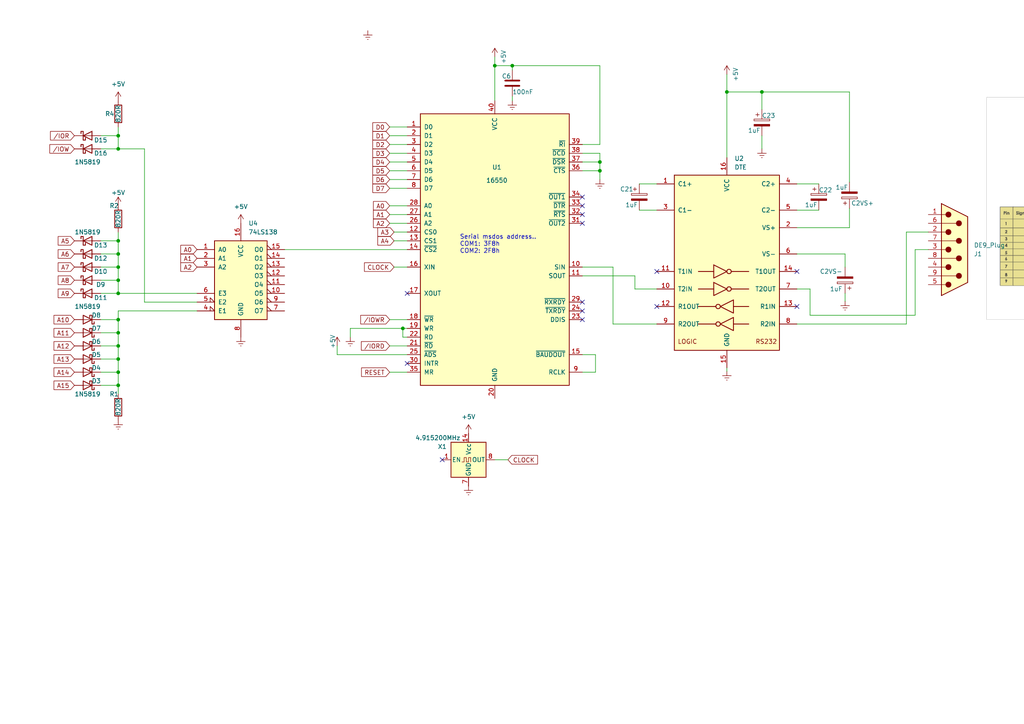
<source format=kicad_sch>
(kicad_sch (version 20230121) (generator eeschema)
  (paper "A4")
  (lib_symbols
    (symbol "74xx:74LS138" (pin_names (offset 1.016))
      (property "Reference" "U" (at -7.62 11.43 0))
      (property "Value" "74LS138" (at -7.62 -13.97 0))
      (symbol "74LS138_1_0"
        (pin input line (at -12.7 7.62 0) (length 5.08) (name "A0") (number "1"))
        (pin output output_low (at 12.7 -5.08 180) (length 5.08) (name "O5") (number "10"))
        (pin output output_low (at 12.7 -2.54 180) (length 5.08) (name "O4") (number "11"))
        (pin output output_low (at 12.7 0 180) (length 5.08) (name "O3") (number "12"))
        (pin output output_low (at 12.7 2.54 180) (length 5.08) (name "O2") (number "13"))
        (pin output output_low (at 12.7 5.08 180) (length 5.08) (name "O1") (number "14"))
        (pin output output_low (at 12.7 7.62 180) (length 5.08) (name "O0") (number "15"))
        (pin power_in line (at 0 15.24 270) (length 5.08) (name "VCC") (number "16"))
        (pin input line (at -12.7 5.08 0) (length 5.08) (name "A1") (number "2"))
        (pin input line (at -12.7 2.54 0) (length 5.08) (name "A2") (number "3"))
        (pin input input_low (at -12.7 -10.16 0) (length 5.08) (name "E1") (number "4"))
        (pin input input_low (at -12.7 -7.62 0) (length 5.08) (name "E2") (number "5"))
        (pin input line (at -12.7 -5.08 0) (length 5.08) (name "E3") (number "6"))
        (pin output output_low (at 12.7 -10.16 180) (length 5.08) (name "O7") (number "7"))
        (pin power_in line (at 0 -17.78 90) (length 5.08) (name "GND") (number "8"))
        (pin output output_low (at 12.7 -7.62 180) (length 5.08) (name "O6") (number "9"))
      )
      (symbol "74LS138_1_1"
        (rectangle (start -7.62 10.16) (end 7.62 -12.7) (stroke (width 0.254)) (fill (type background)))
      )
    )
    (symbol "Connector:DE9_Plug" (pin_names (offset 1.016) hide)
      (property "Reference" "J" (at 0 13.97 0))
      (property "Value" "DE9_Plug" (at 0 -14.605 0))
      (symbol "DE9_Plug_0_1"
        (circle (center -1.778 -10.16) (radius 0.762) (fill (type outline)))
        (circle (center -1.778 -5.08) (radius 0.762) (fill (type outline)))
        (circle (center -1.778 0) (radius 0.762) (fill (type outline)))
        (circle (center -1.778 5.08) (radius 0.762) (fill (type outline)))
        (circle (center -1.778 10.16) (radius 0.762) (fill (type outline)))
        (polyline (pts (xy -3.81 -10.16) (xy -2.54 -10.16)))
        (polyline (pts (xy -3.81 -7.62) (xy 0.508 -7.62)))
        (polyline (pts (xy -3.81 -5.08) (xy -2.54 -5.08)))
        (polyline (pts (xy -3.81 -2.54) (xy 0.508 -2.54)))
        (polyline (pts (xy -3.81 0) (xy -2.54 0)))
        (polyline (pts (xy -3.81 2.54) (xy 0.508 2.54)))
        (polyline (pts (xy -3.81 5.08) (xy -2.54 5.08)))
        (polyline (pts (xy -3.81 7.62) (xy 0.508 7.62)))
        (polyline (pts (xy -3.81 10.16) (xy -2.54 10.16)))
        (polyline (pts (xy -3.81 -13.335) (xy -3.81 13.335) (xy 3.81 9.525) (xy 3.81 -9.525) (xy -3.81 -13.335)) (stroke (width 0.254)) (fill (type background)))
        (circle (center 1.27 -7.62) (radius 0.762) (fill (type outline)))
        (circle (center 1.27 -2.54) (radius 0.762) (fill (type outline)))
        (circle (center 1.27 2.54) (radius 0.762) (fill (type outline)))
        (circle (center 1.27 7.62) (radius 0.762) (fill (type outline)))
      )
      (symbol "DE9_Plug_1_1"
        (pin passive line (at -7.62 -10.16 0) (length 3.81) (name "1") (number "1"))
        (pin passive line (at -7.62 -5.08 0) (length 3.81) (name "2") (number "2"))
        (pin passive line (at -7.62 0 0) (length 3.81) (name "3") (number "3"))
        (pin passive line (at -7.62 5.08 0) (length 3.81) (name "4") (number "4"))
        (pin passive line (at -7.62 10.16 0) (length 3.81) (name "5") (number "5"))
        (pin passive line (at -7.62 -7.62 0) (length 3.81) (name "6") (number "6"))
        (pin passive line (at -7.62 -2.54 0) (length 3.81) (name "7") (number "7"))
        (pin passive line (at -7.62 2.54 0) (length 3.81) (name "8") (number "8"))
        (pin passive line (at -7.62 7.62 0) (length 3.81) (name "9") (number "9"))
      )
    )
    (symbol "Device:C" (pin_numbers hide) (pin_names (offset 0.254))
      (property "Reference" "C" (at 0.635 2.54 0))
      (property "Value" "C" (at 0.635 -2.54 0))
      (symbol "C_0_1"
        (polyline (pts (xy -2.032 -0.762) (xy 2.032 -0.762)) (stroke (width 0.508)))
        (polyline (pts (xy -2.032 0.762) (xy 2.032 0.762)) (stroke (width 0.508)))
      )
      (symbol "C_1_1"
        (pin passive line (at 0 3.81 270) (length 2.794) (name "~") (number "1"))
        (pin passive line (at 0 -3.81 90) (length 2.794) (name "~") (number "2"))
      )
    )
    (symbol "Device:C_Polarized" (pin_numbers hide) (pin_names (offset 0.254))
      (property "Reference" "C" (at 0.635 2.54 0))
      (property "Value" "C_Polarized" (at 0.635 -2.54 0))
      (symbol "C_Polarized_0_1"
        (rectangle (start -2.286 0.508) (end 2.286 1.016))
        (polyline (pts (xy -1.778 2.286) (xy -0.762 2.286)))
        (polyline (pts (xy -1.27 2.794) (xy -1.27 1.778)))
        (rectangle (start 2.286 -0.508) (end -2.286 -1.016) (fill (type outline)))
      )
      (symbol "C_Polarized_1_1"
        (pin passive line (at 0 3.81 270) (length 2.794) (name "~") (number "1"))
        (pin passive line (at 0 -3.81 90) (length 2.794) (name "~") (number "2"))
      )
    )
    (symbol "Device:R" (pin_numbers hide) (pin_names (offset 0))
      (property "Reference" "R" (at 2.032 0 90))
      (property "Value" "R" (at 0 0 90))
      (symbol "R_0_1"
        (rectangle (start -1.016 -2.54) (end 1.016 2.54) (stroke (width 0.254)))
      )
      (symbol "R_1_1"
        (pin passive line (at 0 3.81 270) (length 1.27) (name "~") (number "1"))
        (pin passive line (at 0 -3.81 90) (length 1.27) (name "~") (number "2"))
      )
    )
    (symbol "Diode:1N5819" (pin_numbers hide) (pin_names (offset 1.016) hide)
      (property "Reference" "D" (at 0 2.54 0))
      (property "Value" "1N5819" (at 0 -2.54 0))
      (symbol "1N5819_0_1"
        (polyline (pts (xy 1.27 0) (xy -1.27 0)))
        (polyline (pts (xy 1.27 1.27) (xy 1.27 -1.27) (xy -1.27 0) (xy 1.27 1.27)) (stroke (width 0.254)))
        (polyline (pts (xy -1.905 0.635) (xy -1.905 1.27) (xy -1.27 1.27) (xy -1.27 -1.27) (xy -0.635 -1.27) (xy -0.635 -0.635)) (stroke (width 0.254)))
      )
      (symbol "1N5819_1_1"
        (pin passive line (at -3.81 0 0) (length 2.54) (name "K") (number "1"))
        (pin passive line (at 3.81 0 180) (length 2.54) (name "A") (number "2"))
      )
    )
    (symbol "Interface_UART:16550" (pin_names (offset 1.016))
      (property "Reference" "U" (at -21.59 40.64 0))
      (property "Value" "16550" (at 15.24 40.64 0))
      (symbol "16550_0_1"
        (rectangle (start -21.59 -39.37) (end 21.59 39.37) (stroke (width 0.254)) (fill (type background)))
      )
      (symbol "16550_1_1"
        (pin bidirectional line (at -25.4 35.56 0) (length 3.81) (name "D0") (number "1"))
        (pin input line (at 25.4 -5.08 180) (length 3.81) (name "SIN") (number "10"))
        (pin output line (at 25.4 -7.62 180) (length 3.81) (name "SOUT") (number "11"))
        (pin input line (at -25.4 5.08 0) (length 3.81) (name "CS0") (number "12"))
        (pin input line (at -25.4 2.54 0) (length 3.81) (name "CS1") (number "13"))
        (pin input line (at -25.4 0 0) (length 3.81) (name "~{CS2}") (number "14"))
        (pin output line (at 25.4 -30.48 180) (length 3.81) (name "~{BAUDOUT}") (number "15"))
        (pin input line (at -25.4 -5.08 0) (length 3.81) (name "XIN") (number "16"))
        (pin output line (at -25.4 -12.7 0) (length 3.81) (name "XOUT") (number "17"))
        (pin input line (at -25.4 -20.32 0) (length 3.81) (name "~{WR}") (number "18"))
        (pin input line (at -25.4 -22.86 0) (length 3.81) (name "WR") (number "19"))
        (pin bidirectional line (at -25.4 33.02 0) (length 3.81) (name "D1") (number "2"))
        (pin power_in line (at 0 -43.18 90) (length 3.81) (name "GND") (number "20"))
        (pin input line (at -25.4 -27.94 0) (length 3.81) (name "~{RD}") (number "21"))
        (pin input line (at -25.4 -25.4 0) (length 3.81) (name "RD") (number "22"))
        (pin output line (at 25.4 -20.32 180) (length 3.81) (name "DDIS") (number "23"))
        (pin output line (at 25.4 -17.78 180) (length 3.81) (name "~{TXRDY}") (number "24"))
        (pin input line (at -25.4 -30.48 0) (length 3.81) (name "~{ADS}") (number "25"))
        (pin input line (at -25.4 7.62 0) (length 3.81) (name "A2") (number "26"))
        (pin input line (at -25.4 10.16 0) (length 3.81) (name "A1") (number "27"))
        (pin input line (at -25.4 12.7 0) (length 3.81) (name "A0") (number "28"))
        (pin output line (at 25.4 -15.24 180) (length 3.81) (name "~{RXRDY}") (number "29"))
        (pin bidirectional line (at -25.4 30.48 0) (length 3.81) (name "D2") (number "3"))
        (pin output line (at -25.4 -33.02 0) (length 3.81) (name "INTR") (number "30"))
        (pin output line (at 25.4 7.62 180) (length 3.81) (name "~{OUT2}") (number "31"))
        (pin output line (at 25.4 10.16 180) (length 3.81) (name "~{RTS}") (number "32"))
        (pin output line (at 25.4 12.7 180) (length 3.81) (name "~{DTR}") (number "33"))
        (pin output line (at 25.4 15.24 180) (length 3.81) (name "~{OUT1}") (number "34"))
        (pin input line (at -25.4 -35.56 0) (length 3.81) (name "MR") (number "35"))
        (pin input line (at 25.4 22.86 180) (length 3.81) (name "~{CTS}") (number "36"))
        (pin input line (at 25.4 25.4 180) (length 3.81) (name "~{DSR}") (number "37"))
        (pin input line (at 25.4 27.94 180) (length 3.81) (name "~{DCD}") (number "38"))
        (pin input line (at 25.4 30.48 180) (length 3.81) (name "~{RI}") (number "39"))
        (pin bidirectional line (at -25.4 27.94 0) (length 3.81) (name "D3") (number "4"))
        (pin power_in line (at 0 43.18 270) (length 3.81) (name "VCC") (number "40"))
        (pin bidirectional line (at -25.4 25.4 0) (length 3.81) (name "D4") (number "5"))
        (pin bidirectional line (at -25.4 22.86 0) (length 3.81) (name "D5") (number "6"))
        (pin bidirectional line (at -25.4 20.32 0) (length 3.81) (name "D6") (number "7"))
        (pin bidirectional line (at -25.4 17.78 0) (length 3.81) (name "D7") (number "8"))
        (pin input line (at 25.4 -35.56 180) (length 3.81) (name "RCLK") (number "9"))
      )
    )
    (symbol "Interface_UART:MAX232" (pin_names (offset 1.016))
      (property "Reference" "U" (at -2.54 28.575 0))
      (property "Value" "MAX232" (at -2.54 26.67 0))
      (symbol "MAX232_0_0"
        (text "LOGIC" (at -11.43 -22.86 0) (effects (font (size 1.27 1.27))))
        (text "RS232" (at 11.43 -22.86 0) (effects (font (size 1.27 1.27))))
      )
      (symbol "MAX232_0_1"
        (rectangle (start -15.24 -25.4) (end 15.24 25.4) (stroke (width 0.254)) (fill (type background)))
        (circle (center -2.54 -17.78) (radius 0.635) (stroke (width 0.254)))
        (circle (center -2.54 -12.7) (radius 0.635) (stroke (width 0.254)))
        (polyline (pts (xy -3.81 -7.62) (xy -8.255 -7.62)) (stroke (width 0.254)))
        (polyline (pts (xy -3.81 -2.54) (xy -8.255 -2.54)) (stroke (width 0.254)))
        (polyline (pts (xy -3.175 -17.78) (xy -8.255 -17.78)) (stroke (width 0.254)))
        (polyline (pts (xy -3.175 -12.7) (xy -8.255 -12.7)) (stroke (width 0.254)))
        (polyline (pts (xy 1.27 -7.62) (xy 6.35 -7.62)) (stroke (width 0.254)))
        (polyline (pts (xy 1.27 -2.54) (xy 6.35 -2.54)) (stroke (width 0.254)))
        (polyline (pts (xy 1.905 -17.78) (xy 6.35 -17.78)) (stroke (width 0.254)))
        (polyline (pts (xy 1.905 -12.7) (xy 6.35 -12.7)) (stroke (width 0.254)))
        (polyline (pts (xy -3.81 -5.715) (xy -3.81 -9.525) (xy 0 -7.62) (xy -3.81 -5.715)) (stroke (width 0.254)))
        (polyline (pts (xy -3.81 -0.635) (xy -3.81 -4.445) (xy 0 -2.54) (xy -3.81 -0.635)) (stroke (width 0.254)))
        (polyline (pts (xy 1.905 -15.875) (xy 1.905 -19.685) (xy -1.905 -17.78) (xy 1.905 -15.875)) (stroke (width 0.254)))
        (polyline (pts (xy 1.905 -10.795) (xy 1.905 -14.605) (xy -1.905 -12.7) (xy 1.905 -10.795)) (stroke (width 0.254)))
        (circle (center 0.635 -7.62) (radius 0.635) (stroke (width 0.254)))
        (circle (center 0.635 -2.54) (radius 0.635) (stroke (width 0.254)))
      )
      (symbol "MAX232_1_1"
        (pin passive line (at -20.32 22.86 0) (length 5.08) (name "C1+") (number "1"))
        (pin input line (at -20.32 -7.62 0) (length 5.08) (name "T2IN") (number "10"))
        (pin input line (at -20.32 -2.54 0) (length 5.08) (name "T1IN") (number "11"))
        (pin output line (at -20.32 -12.7 0) (length 5.08) (name "R1OUT") (number "12"))
        (pin input line (at 20.32 -12.7 180) (length 5.08) (name "R1IN") (number "13"))
        (pin output line (at 20.32 -2.54 180) (length 5.08) (name "T1OUT") (number "14"))
        (pin power_in line (at 0 -30.48 90) (length 5.08) (name "GND") (number "15"))
        (pin power_in line (at 0 30.48 270) (length 5.08) (name "VCC") (number "16"))
        (pin power_out line (at 20.32 10.16 180) (length 5.08) (name "VS+") (number "2"))
        (pin passive line (at -20.32 15.24 0) (length 5.08) (name "C1-") (number "3"))
        (pin passive line (at 20.32 22.86 180) (length 5.08) (name "C2+") (number "4"))
        (pin passive line (at 20.32 15.24 180) (length 5.08) (name "C2-") (number "5"))
        (pin power_out line (at 20.32 2.54 180) (length 5.08) (name "VS-") (number "6"))
        (pin output line (at 20.32 -7.62 180) (length 5.08) (name "T2OUT") (number "7"))
        (pin input line (at 20.32 -17.78 180) (length 5.08) (name "R2IN") (number "8"))
        (pin output line (at -20.32 -17.78 0) (length 5.08) (name "R2OUT") (number "9"))
      )
    )
    (symbol "Oscillator:CXO_DIP14" (pin_names (offset 0.254))
      (property "Reference" "X" (at -5.08 6.35 0))
      (property "Value" "CXO_DIP14" (at 1.27 -6.35 0))
      (symbol "CXO_DIP14_0_1"
        (rectangle (start -5.08 5.08) (end 5.08 -5.08) (stroke (width 0.254)) (fill (type background)))
        (polyline (pts (xy -1.905 -0.635) (xy -1.27 -0.635) (xy -1.27 0.635) (xy -0.635 0.635) (xy -0.635 -0.635) (xy 0 -0.635) (xy 0 0.635) (xy 0.635 0.635) (xy 0.635 -0.635)))
      )
      (symbol "CXO_DIP14_1_1"
        (pin input line (at -7.62 0 0) (length 2.54) (name "EN") (number "1"))
        (pin power_in line (at 0 7.62 270) (length 2.54) (name "Vcc") (number "14"))
        (pin power_in line (at 0 -7.62 90) (length 2.54) (name "GND") (number "7"))
        (pin output line (at 7.62 0 180) (length 2.54) (name "OUT") (number "8"))
      )
    )
    (symbol "power:+5V" (power) (pin_names (offset 0))
      (property "Value" "+5V" (at 0 3.556 0))
      (symbol "+5V_0_1"
        (polyline (pts (xy -0.762 1.27) (xy 0 2.54)))
        (polyline (pts (xy 0 0) (xy 0 2.54)))
        (polyline (pts (xy 0 2.54) (xy 0.762 1.27)))
      )
      (symbol "+5V_1_1"
        (pin power_in line (at 0 0 90) (length 0) hide (name "+5V") (number "1"))
      )
    )
    (symbol "power:GNDREF" (power) (pin_names (offset 0))
      (property "Value" "GNDREF" (at 0 -3.81 0))
      (symbol "GNDREF_0_1"
        (polyline (pts (xy -0.635 -1.905) (xy 0.635 -1.905)))
        (polyline (pts (xy -0.127 -2.54) (xy 0.127 -2.54)))
        (polyline (pts (xy 0 -1.27) (xy 0 0)))
        (polyline (pts (xy 1.27 -1.27) (xy -1.27 -1.27)))
      )
      (symbol "GNDREF_1_1"
        (pin power_in line (at 0 0 270) (length 0) hide (name "GNDREF") (number "1"))
      )
    )
  )
  (junction (at 143.51 19.05))
  (junction (at 173.99 46.99))
  (junction (at 34.29 39.37))
  (junction (at 173.99 49.53))
  (junction (at 34.29 85.09))
  (junction (at 116.84 95.25))
  (junction (at 34.29 104.14))
  (junction (at 34.29 111.76))
  (junction (at 210.82 26.67))
  (junction (at 34.29 96.52))
  (junction (at 220.98 26.67))
  (junction (at 34.29 77.47))
  (junction (at 34.29 81.28))
  (junction (at 34.29 73.66))
  (junction (at 34.29 100.33))
  (junction (at 34.29 69.85))
  (junction (at 34.29 107.95))
  (junction (at 34.29 92.71))
  (junction (at 148.59 19.05))
  (junction (at 34.29 43.18))
  (no_connect (at 168.91 62.23))
  (no_connect (at 190.5 88.9))
  (no_connect (at 128.27 133.35))
  (no_connect (at 168.91 59.69))
  (no_connect (at 118.11 105.41))
  (no_connect (at 118.11 85.09))
  (no_connect (at 168.91 90.17))
  (no_connect (at 168.91 57.15))
  (no_connect (at 231.14 88.9))
  (no_connect (at 168.91 87.63))
  (no_connect (at 168.91 92.71))
  (no_connect (at 190.5 78.74))
  (no_connect (at 168.91 64.77))
  (no_connect (at 231.14 78.74))
  (wire (pts (xy 34.29 111.76) (xy 34.29 114.3)))
  (wire (pts (xy 113.03 59.69) (xy 118.11 59.69)))
  (wire (pts (xy 34.29 104.14) (xy 34.29 107.95)))
  (wire (pts (xy 29.21 111.76) (xy 34.29 111.76)))
  (wire (pts (xy 29.21 85.09) (xy 34.29 85.09)))
  (wire (pts (xy 82.55 72.39) (xy 118.11 72.39)))
  (wire (pts (xy 41.91 87.63) (xy 57.15 87.63)))
  (wire (pts (xy 220.98 26.67) (xy 246.38 26.67)))
  (wire (pts (xy 245.11 85.09) (xy 245.11 87.376)))
  (wire (pts (xy 173.99 41.91) (xy 168.91 41.91)))
  (wire (pts (xy 113.03 41.91) (xy 118.11 41.91)))
  (wire (pts (xy 101.6 95.25) (xy 101.6 97.79)))
  (wire (pts (xy 168.91 49.53) (xy 173.99 49.53)))
  (wire (pts (xy 168.91 80.01) (xy 184.15 80.01)))
  (wire (pts (xy 220.98 39.37) (xy 220.98 43.18)))
  (wire (pts (xy 265.43 91.44) (xy 265.43 72.39)))
  (wire (pts (xy 113.03 52.07) (xy 118.11 52.07)))
  (wire (pts (xy 234.95 91.44) (xy 265.43 91.44)))
  (wire (pts (xy 113.03 36.83) (xy 118.11 36.83)))
  (wire (pts (xy 34.29 96.52) (xy 34.29 100.33)))
  (wire (pts (xy 113.03 49.53) (xy 118.11 49.53)))
  (wire (pts (xy 34.29 67.31) (xy 34.29 69.85)))
  (wire (pts (xy 29.21 77.47) (xy 34.29 77.47)))
  (wire (pts (xy 173.99 49.53) (xy 173.99 52.07)))
  (wire (pts (xy 173.99 19.05) (xy 173.99 41.91)))
  (wire (pts (xy 34.29 77.47) (xy 34.29 81.28)))
  (wire (pts (xy 34.29 92.71) (xy 34.29 96.52)))
  (wire (pts (xy 210.82 21.59) (xy 210.82 26.67)))
  (wire (pts (xy 34.29 85.09) (xy 57.15 85.09)))
  (wire (pts (xy 114.3 77.47) (xy 118.11 77.47)))
  (wire (pts (xy 116.84 97.79) (xy 116.84 95.25)))
  (wire (pts (xy 34.29 90.17) (xy 34.29 92.71)))
  (wire (pts (xy 143.51 16.51) (xy 143.51 19.05)))
  (wire (pts (xy 29.21 69.85) (xy 34.29 69.85)))
  (wire (pts (xy 34.29 81.28) (xy 34.29 85.09)))
  (wire (pts (xy 173.99 46.99) (xy 173.99 49.53)))
  (wire (pts (xy 246.38 26.67) (xy 246.38 52.832)))
  (wire (pts (xy 148.59 20.32) (xy 148.59 19.05)))
  (wire (pts (xy 113.03 107.95) (xy 118.11 107.95)))
  (wire (pts (xy 29.21 107.95) (xy 34.29 107.95)))
  (wire (pts (xy 231.14 60.96) (xy 237.49 60.96)))
  (wire (pts (xy 185.42 53.34) (xy 190.5 53.34)))
  (wire (pts (xy 118.11 95.25) (xy 116.84 95.25)))
  (wire (pts (xy 113.03 64.77) (xy 118.11 64.77)))
  (wire (pts (xy 231.14 83.82) (xy 234.95 83.82)))
  (wire (pts (xy 168.91 46.99) (xy 173.99 46.99)))
  (wire (pts (xy 231.14 93.98) (xy 262.89 93.98)))
  (wire (pts (xy 262.89 67.31) (xy 269.24 67.31)))
  (wire (pts (xy 34.29 90.17) (xy 57.15 90.17)))
  (wire (pts (xy 148.59 29.21) (xy 148.59 27.94)))
  (wire (pts (xy 143.51 19.05) (xy 143.51 29.21)))
  (wire (pts (xy 97.79 102.87) (xy 118.11 102.87)))
  (wire (pts (xy 220.98 26.67) (xy 210.82 26.67)))
  (wire (pts (xy 113.03 62.23) (xy 118.11 62.23)))
  (wire (pts (xy 113.03 92.71) (xy 118.11 92.71)))
  (wire (pts (xy 231.14 66.04) (xy 246.38 66.04)))
  (wire (pts (xy 29.21 96.52) (xy 34.29 96.52)))
  (wire (pts (xy 114.3 69.85) (xy 118.11 69.85)))
  (wire (pts (xy 97.79 100.33) (xy 97.79 102.87)))
  (wire (pts (xy 29.21 39.37) (xy 34.29 39.37)))
  (wire (pts (xy 34.29 36.83) (xy 34.29 39.37)))
  (wire (pts (xy 210.82 106.68) (xy 210.82 107.696)))
  (wire (pts (xy 29.21 73.66) (xy 34.29 73.66)))
  (wire (pts (xy 245.11 73.66) (xy 245.11 77.47)))
  (wire (pts (xy 34.29 43.18) (xy 41.91 43.18)))
  (wire (pts (xy 29.21 81.28) (xy 34.29 81.28)))
  (wire (pts (xy 231.14 53.34) (xy 237.49 53.34)))
  (wire (pts (xy 113.03 44.45) (xy 118.11 44.45)))
  (wire (pts (xy 220.98 31.75) (xy 220.98 26.67)))
  (wire (pts (xy 118.11 67.31) (xy 114.3 67.31)))
  (wire (pts (xy 172.72 102.87) (xy 172.72 107.95)))
  (wire (pts (xy 113.03 46.99) (xy 118.11 46.99)))
  (wire (pts (xy 29.21 43.18) (xy 34.29 43.18)))
  (wire (pts (xy 246.38 66.04) (xy 246.38 60.452)))
  (wire (pts (xy 113.03 100.33) (xy 118.11 100.33)))
  (wire (pts (xy 168.91 44.45) (xy 173.99 44.45)))
  (wire (pts (xy 148.59 19.05) (xy 143.51 19.05)))
  (wire (pts (xy 184.15 80.01) (xy 184.15 83.82)))
  (wire (pts (xy 118.11 97.79) (xy 116.84 97.79)))
  (wire (pts (xy 172.72 107.95) (xy 168.91 107.95)))
  (wire (pts (xy 148.59 19.05) (xy 173.99 19.05)))
  (wire (pts (xy 34.29 39.37) (xy 34.29 43.18)))
  (wire (pts (xy 262.89 93.98) (xy 262.89 67.31)))
  (wire (pts (xy 29.21 100.33) (xy 34.29 100.33)))
  (wire (pts (xy 234.95 83.82) (xy 234.95 91.44)))
  (wire (pts (xy 34.29 69.85) (xy 34.29 73.66)))
  (wire (pts (xy 177.8 93.98) (xy 177.8 77.47)))
  (wire (pts (xy 34.29 107.95) (xy 34.29 111.76)))
  (wire (pts (xy 210.82 26.67) (xy 210.82 45.72)))
  (wire (pts (xy 168.91 102.87) (xy 172.72 102.87)))
  (wire (pts (xy 147.32 133.35) (xy 143.51 133.35)))
  (wire (pts (xy 41.91 43.18) (xy 41.91 87.63)))
  (wire (pts (xy 184.15 83.82) (xy 190.5 83.82)))
  (wire (pts (xy 173.99 44.45) (xy 173.99 46.99)))
  (wire (pts (xy 29.21 104.14) (xy 34.29 104.14)))
  (wire (pts (xy 231.14 73.66) (xy 245.11 73.66)))
  (wire (pts (xy 190.5 93.98) (xy 177.8 93.98)))
  (wire (pts (xy 177.8 77.47) (xy 168.91 77.47)))
  (wire (pts (xy 34.29 73.66) (xy 34.29 77.47)))
  (wire (pts (xy 113.03 39.37) (xy 118.11 39.37)))
  (wire (pts (xy 265.43 72.39) (xy 269.24 72.39)))
  (wire (pts (xy 34.29 100.33) (xy 34.29 104.14)))
  (wire (pts (xy 113.03 54.61) (xy 118.11 54.61)))
  (wire (pts (xy 101.6 95.25) (xy 116.84 95.25)))
  (wire (pts (xy 185.42 60.96) (xy 190.5 60.96)))
  (wire (pts (xy 29.21 92.71) (xy 34.29 92.71)))
  (image (at 333.248 60.452) (scale 1.36653))
  (text "Serial msdos address..\nCOM1: 3F8h\nCOM2: 2F8h\n" (at 133.35 73.66 0) (effects (font (size 1.27 1.27)) (justify left bottom)))
  (global_label "D3" (shape input) (at 113.03 44.45 180) (property "Intersheetrefs" "${INTERSHEET_REFS}" (effects hide)))
  (global_label "A1" (shape input) (at 113.03 62.23 180) (property "Intersheetrefs" "${INTERSHEET_REFS}" (effects hide)))
  (global_label "D6" (shape input) (at 113.03 52.07 180) (property "Intersheetrefs" "${INTERSHEET_REFS}" (effects hide)))
  (global_label "A13" (shape input) (at 21.59 104.14 180) (property "Intersheetrefs" "${INTERSHEET_REFS}" (effects hide)))
  (global_label "A11" (shape input) (at 21.59 96.52 180) (property "Intersheetrefs" "${INTERSHEET_REFS}" (effects hide)))
  (global_label "RESET" (shape input) (at 113.03 107.95 180) (property "Intersheetrefs" "${INTERSHEET_REFS}" (effects hide)))
  (global_label "D1" (shape input) (at 113.03 39.37 180) (property "Intersheetrefs" "${INTERSHEET_REFS}" (effects hide)))
  (global_label "D7" (shape input) (at 113.03 54.61 180) (property "Intersheetrefs" "${INTERSHEET_REFS}" (effects hide)))
  (global_label "CLOCK" (shape input) (at 114.3 77.47 180) (property "Intersheetrefs" "${INTERSHEET_REFS}" (effects hide)))
  (global_label "A14" (shape input) (at 21.59 107.95 180) (property "Intersheetrefs" "${INTERSHEET_REFS}" (effects hide)))
  (global_label "A15" (shape input) (at 21.59 111.76 180) (property "Intersheetrefs" "${INTERSHEET_REFS}" (effects hide)))
  (global_label "D2" (shape input) (at 113.03 41.91 180) (property "Intersheetrefs" "${INTERSHEET_REFS}" (effects hide)))
  (global_label "{slash}IOR" (shape input) (at 21.59 39.37 180) (property "Intersheetrefs" "${INTERSHEET_REFS}" (effects hide)))
  (global_label "A12" (shape input) (at 21.59 100.33 180) (property "Intersheetrefs" "${INTERSHEET_REFS}" (effects hide)))
  (global_label "A0" (shape input) (at 113.03 59.69 180) (property "Intersheetrefs" "${INTERSHEET_REFS}" (effects hide)))
  (global_label "A4" (shape input) (at 114.3 69.85 180) (property "Intersheetrefs" "${INTERSHEET_REFS}" (effects hide)))
  (global_label "{slash}IOWR" (shape input) (at 113.03 92.71 180) (property "Intersheetrefs" "${INTERSHEET_REFS}" (effects hide)))
  (global_label "A6" (shape input) (at 21.59 73.66 180) (property "Intersheetrefs" "${INTERSHEET_REFS}" (effects hide)))
  (global_label "A10" (shape input) (at 21.59 92.71 180) (property "Intersheetrefs" "${INTERSHEET_REFS}" (effects hide)))
  (global_label "{slash}IORD" (shape input) (at 113.03 100.33 180) (property "Intersheetrefs" "${INTERSHEET_REFS}" (effects hide)))
  (global_label "A0" (shape input) (at 57.15 72.39 180) (property "Intersheetrefs" "${INTERSHEET_REFS}" (effects hide)))
  (global_label "A5" (shape input) (at 21.59 69.85 180) (property "Intersheetrefs" "${INTERSHEET_REFS}" (effects hide)))
  (global_label "A3" (shape input) (at 114.3 67.31 180) (property "Intersheetrefs" "${INTERSHEET_REFS}" (effects hide)))
  (global_label "A9" (shape input) (at 21.59 85.09 180) (property "Intersheetrefs" "${INTERSHEET_REFS}" (effects hide)))
  (global_label "A2" (shape input) (at 57.15 77.47 180) (property "Intersheetrefs" "${INTERSHEET_REFS}" (effects hide)))
  (global_label "A2" (shape input) (at 113.03 64.77 180) (property "Intersheetrefs" "${INTERSHEET_REFS}" (effects hide)))
  (global_label "A7" (shape input) (at 21.59 77.47 180) (property "Intersheetrefs" "${INTERSHEET_REFS}" (effects hide)))
  (global_label "D4" (shape input) (at 113.03 46.99 180) (property "Intersheetrefs" "${INTERSHEET_REFS}" (effects hide)))
  (global_label "D0" (shape input) (at 113.03 36.83 180) (property "Intersheetrefs" "${INTERSHEET_REFS}" (effects hide)))
  (global_label "A1" (shape input) (at 57.15 74.93 180) (property "Intersheetrefs" "${INTERSHEET_REFS}" (effects hide)))
  (global_label "CLOCK" (shape input) (at 147.32 133.35 0) (property "Intersheetrefs" "${INTERSHEET_REFS}" (effects hide)))
  (global_label "{slash}IOW" (shape input) (at 21.59 43.18 180) (property "Intersheetrefs" "${INTERSHEET_REFS}" (effects hide)))
  (global_label "D5" (shape input) (at 113.03 49.53 180) (property "Intersheetrefs" "${INTERSHEET_REFS}" (effects hide)))
  (global_label "A8" (shape input) (at 21.59 81.28 180) (property "Intersheetrefs" "${INTERSHEET_REFS}" (effects hide)))
  (symbol (lib_id "Device:R") (at 34.29 118.11 180) (unit 1)
    (property "Reference" "R1" (at 31.75 114.3 0) (effects (justify right)))
    (property "Value" "820R" (at 34.29 120.65 90) (effects (justify right)))
  )
  (symbol (lib_id "Diode:1N5819") (at 25.4 81.28 0) (unit 1)
    (property "Reference" "D9" (at 29.21 82.55 0))
    (property "Value" "1N5819" (at 25.4 88.9 0))
    (property "Footprint" "Diode_THT:D_DO-41_SOD81_P10.16mm_Horizontal" (effects hide))
    (property "Datasheet" "http://www.vishay.com/docs/88525/1n5817.pdf" (effects hide))
  )
  (symbol (lib_id "Device:C_Polarized") (at 245.11 81.28 180) (unit 1)
    (property "Reference" "C2VS-" (at 244.348 78.74 0) (effects (justify left)))
    (property "Value" "1uF" (at 244.348 83.82 0) (effects (justify left)))
  )
  (symbol (lib_id "Diode:1N5819") (at 25.4 43.18 0) (unit 1)
    (property "Reference" "D16" (at 29.21 44.45 0))
    (property "Value" "1N5819" (effects hide))
    (property "Footprint" "Diode_THT:D_DO-41_SOD81_P10.16mm_Horizontal" (effects hide))
    (property "Datasheet" "http://www.vishay.com/docs/88525/1n5817.pdf" (effects hide))
  )
  (symbol (lib_id "power:GNDREF") (at 69.85 97.79 0) (unit 1)
    (property "Reference" "#PWR019" (effects hide))
    (property "Value" "GNDREF" (effects hide))
  )
  (symbol (lib_id "power:GNDREF") (at 220.98 43.18 0) (unit 1)
    (property "Reference" "#PWR012" (effects hide))
    (property "Value" "GNDREF" (effects hide))
  )
  (symbol (lib_id "power:GNDREF") (at 101.6 97.79 0) (unit 1)
    (property "Reference" "#PWR03" (effects hide))
    (property "Value" "GNDREF" (effects hide))
  )
  (symbol (lib_id "power:GNDREF") (at 106.68 8.89 0) (unit 1)
    (property "Reference" "#PWR010" (effects hide))
    (property "Value" "GNDREF" (effects hide))
  )
  (symbol (lib_id "power:+5V") (at 143.51 16.51 0) (unit 1)
    (property "Reference" "#PWR05" (effects hide))
    (property "Value" "+5V" (at 146.05 16.51 90))
  )
  (symbol (lib_id "Device:C_Polarized") (at 185.42 57.15 0) (unit 1)
    (property "Reference" "C21" (at 179.832 54.864 0) (effects (justify left)))
    (property "Value" "1uF" (at 181.356 59.436 0) (effects (justify left)))
  )
  (symbol (lib_id "Diode:1N5819") (at 25.4 104.14 180) (unit 1)
    (property "Reference" "D5" (at 27.94 102.87 0))
    (property "Value" "1N5819" (effects hide))
    (property "Footprint" "Diode_THT:D_DO-41_SOD81_P10.16mm_Horizontal" (effects hide))
    (property "Datasheet" "http://www.vishay.com/docs/88525/1n5817.pdf" (effects hide))
  )
  (symbol (lib_id "power:+5V") (at 34.29 59.69 0) (unit 1)
    (property "Reference" "#PWR02" (effects hide))
    (property "Value" "+5V" (at 34.29 55.88 0))
  )
  (symbol (lib_id "Diode:1N5819") (at 25.4 96.52 180) (unit 1)
    (property "Reference" "D7" (at 27.94 95.25 0))
    (property "Value" "1N5819" (effects hide))
    (property "Footprint" "Diode_THT:D_DO-41_SOD81_P10.16mm_Horizontal" (effects hide))
    (property "Datasheet" "http://www.vishay.com/docs/88525/1n5817.pdf" (effects hide))
  )
  (symbol (lib_id "power:+5V") (at 69.85 64.77 0) (unit 1)
    (property "Reference" "#PWR018" (effects hide))
    (property "Value" "+5V" (at 69.85 59.944 0))
  )
  (symbol (lib_id "Diode:1N5819") (at 25.4 85.09 0) (unit 1)
    (property "Reference" "D11" (at 29.21 86.36 0))
    (property "Value" "1N5819" (at 25.4 67.31 0))
    (property "Footprint" "Diode_THT:D_DO-41_SOD81_P10.16mm_Horizontal" (effects hide))
    (property "Datasheet" "http://www.vishay.com/docs/88525/1n5817.pdf" (effects hide))
  )
  (symbol (lib_id "Diode:1N5819") (at 25.4 73.66 0) (unit 1)
    (property "Reference" "D12" (at 29.21 74.93 0))
    (property "Value" "1N5819" (effects hide))
    (property "Footprint" "Diode_THT:D_DO-41_SOD81_P10.16mm_Horizontal" (effects hide))
    (property "Datasheet" "http://www.vishay.com/docs/88525/1n5817.pdf" (effects hide))
  )
  (symbol (lib_id "Device:C_Polarized") (at 237.49 57.15 0) (unit 1)
    (property "Reference" "C22" (at 237.49 55.118 0) (effects (justify left)))
    (property "Value" "1uF" (at 233.426 59.436 0) (effects (justify left)))
  )
  (symbol (lib_id "Diode:1N5819") (at 25.4 69.85 0) (unit 1)
    (property "Reference" "D13" (at 29.21 71.12 0))
    (property "Value" "1N5819" (effects hide))
    (property "Footprint" "Diode_THT:D_DO-41_SOD81_P10.16mm_Horizontal" (effects hide))
    (property "Datasheet" "http://www.vishay.com/docs/88525/1n5817.pdf" (effects hide))
  )
  (symbol (lib_id "power:GNDREF") (at 210.82 107.696 0) (unit 1)
    (property "Reference" "#PWR06" (effects hide))
    (property "Value" "GNDREF" (effects hide))
  )
  (symbol (lib_id "Device:C_Polarized") (at 246.38 56.642 0) (mirror x) (unit 1)
    (property "Reference" "C2VS+" (at 246.888 58.928 0) (effects (justify left)))
    (property "Value" "1uF" (at 242.316 54.356 0) (effects (justify left)))
  )
  (symbol (lib_id "Diode:1N5819") (at 25.4 77.47 0) (unit 1)
    (property "Reference" "D10" (at 29.21 78.74 0))
    (property "Value" "1N5819" (effects hide))
    (property "Footprint" "Diode_THT:D_DO-41_SOD81_P10.16mm_Horizontal" (effects hide))
    (property "Datasheet" "http://www.vishay.com/docs/88525/1n5817.pdf" (effects hide))
  )
  (symbol (lib_id "Oscillator:CXO_DIP14") (at 135.89 133.35 0) (unit 1)
    (property "Reference" "X1" (at 128.27 129.54 0))
    (property "Value" "4.915200MHz" (at 127 127 0))
    (property "Footprint" "Oscillator:Oscillator_DIP-14" (effects hide))
    (property "Datasheet" "http://cdn-reichelt.de/documents/datenblatt/B400/OSZI.pdf" (effects hide))
  )
  (symbol (lib_id "power:+5V") (at 210.82 21.59 0) (unit 1)
    (property "Reference" "#PWR011" (effects hide))
    (property "Value" "+5V" (at 213.36 21.59 90))
  )
  (symbol (lib_id "Connector:DE9_Plug") (at 276.86 72.39 0) (mirror x) (unit 1)
    (property "Reference" "J1" (at 282.448 73.66 0) (effects (justify left)))
    (property "Value" "DE9_Plug" (at 282.448 71.12 0) (effects (justify left)))
    (property "Datasheet" " ~" (effects hide))
  )
  (symbol (lib_id "power:+5V") (at 97.79 100.33 0) (unit 1)
    (property "Reference" "#PWR09" (effects hide))
    (property "Value" "+5V" (at 96.52 99.06 90))
  )
  (symbol (lib_id "power:GNDREF") (at 245.11 87.376 0) (unit 1)
    (property "Reference" "#PWR07" (effects hide))
    (property "Value" "GNDREF" (effects hide))
  )
  (symbol (lib_id "74xx:74LS138") (at 69.85 80.01 0) (unit 1)
    (property "Reference" "U4" (at 72.0441 64.77 0) (effects (justify left)))
    (property "Value" "74LS138" (at 72.0441 67.31 0) (effects (justify left)))
    (property "Datasheet" "http://www.ti.com/lit/gpn/sn74LS138" (effects hide))
  )
  (symbol (lib_id "Diode:1N5819") (at 25.4 111.76 180) (unit 1)
    (property "Reference" "D3" (at 27.94 110.49 0))
    (property "Value" "1N5819" (effects hide))
    (property "Footprint" "Diode_THT:D_DO-41_SOD81_P10.16mm_Horizontal" (effects hide))
    (property "Datasheet" "http://www.vishay.com/docs/88525/1n5817.pdf" (effects hide))
  )
  (symbol (lib_id "Diode:1N5819") (at 25.4 107.95 180) (unit 1)
    (property "Reference" "D4" (at 27.94 106.68 0))
    (property "Value" "1N5819" (effects hide))
    (property "Footprint" "Diode_THT:D_DO-41_SOD81_P10.16mm_Horizontal" (effects hide))
    (property "Datasheet" "http://www.vishay.com/docs/88525/1n5817.pdf" (effects hide))
  )
  (symbol (lib_id "Device:R") (at 34.29 63.5 180) (unit 1)
    (property "Reference" "R2" (at 31.75 59.69 0) (effects (justify right)))
    (property "Value" "820R" (at 34.29 66.04 90) (effects (justify right)))
  )
  (symbol (lib_id "power:GNDREF") (at 34.29 121.92 0) (unit 1)
    (property "Reference" "#PWR017" (effects hide))
    (property "Value" "GNDREF" (effects hide))
  )
  (symbol (lib_id "Interface_UART:MAX232") (at 210.82 76.2 0) (unit 1)
    (property "Reference" "U2" (at 213.0141 45.974 0) (effects (justify left)))
    (property "Value" "DTE" (at 213.0141 48.514 0) (effects (justify left)))
    (property "Datasheet" "http://www.ti.com/lit/ds/symlink/max232.pdf" (effects hide))
  )
  (symbol (lib_id "Interface_UART:16550") (at 143.51 72.39 0) (unit 1)
    (property "Reference" "U1" (at 142.748 48.514 0) (effects (justify left)))
    (property "Value" "16550" (at 140.97 52.324 0) (effects (justify left)))
    (property "Footprint" "Package_DIP:DIP-40_W15.24mm" (effects hide))
    (property "Datasheet" "http://www.ti.com/lit/ds/symlink/pc16550d.pdf" (effects hide))
  )
  (symbol (lib_id "Device:C") (at 148.59 24.13 0) (unit 1)
    (property "Reference" "C6" (at 145.542 22.098 0) (effects (justify left)))
    (property "Value" "100nF" (at 148.59 26.67 0) (effects (justify left)))
  )
  (symbol (lib_id "Diode:1N5819") (at 25.4 92.71 180) (unit 1)
    (property "Reference" "D8" (at 27.94 91.44 0))
    (property "Value" "1N5819" (at 25.4 114.3 0))
    (property "Footprint" "Diode_THT:D_DO-41_SOD81_P10.16mm_Horizontal" (effects hide))
    (property "Datasheet" "http://www.vishay.com/docs/88525/1n5817.pdf" (effects hide))
  )
  (symbol (lib_id "power:GNDREF") (at 148.59 29.21 0) (unit 1)
    (property "Reference" "#PWR04" (effects hide))
    (property "Value" "GNDREF" (effects hide))
  )
  (symbol (lib_id "Diode:1N5819") (at 25.4 100.33 180) (unit 1)
    (property "Reference" "D6" (at 27.94 99.06 0))
    (property "Value" "1N5819" (effects hide))
    (property "Footprint" "Diode_THT:D_DO-41_SOD81_P10.16mm_Horizontal" (effects hide))
    (property "Datasheet" "http://www.vishay.com/docs/88525/1n5817.pdf" (effects hide))
  )
  (symbol (lib_id "power:+5V") (at 135.89 125.73 0) (unit 1)
    (property "Reference" "#PWR014" (effects hide))
    (property "Value" "+5V" (at 135.89 120.904 0))
  )
  (symbol (lib_id "Diode:1N5819") (at 25.4 39.37 0) (unit 1)
    (property "Reference" "D15" (at 29.21 40.64 0))
    (property "Value" "1N5819" (at 25.4 46.99 0))
    (property "Footprint" "Diode_THT:D_DO-41_SOD81_P10.16mm_Horizontal" (effects hide))
    (property "Datasheet" "http://www.vishay.com/docs/88525/1n5817.pdf" (effects hide))
  )
  (symbol (lib_id "power:GNDREF") (at 173.99 52.07 0) (unit 1)
    (property "Reference" "#PWR013" (effects hide))
    (property "Value" "GNDREF" (effects hide))
  )
  (symbol (lib_id "power:GNDREF") (at 135.89 140.97 0) (unit 1)
    (property "Reference" "#PWR08" (effects hide))
    (property "Value" "GNDREF" (effects hide))
  )
  (symbol (lib_id "power:+5V") (at 34.29 29.21 0) (unit 1)
    (property "Reference" "#PWR01" (effects hide))
    (property "Value" "+5V" (at 34.29 24.384 0))
  )
  (symbol (lib_id "Device:C_Polarized") (at 220.98 35.56 0) (unit 1)
    (property "Reference" "C23" (at 220.98 33.528 0) (effects (justify left)))
    (property "Value" "1uF" (at 216.916 37.846 0) (effects (justify left)))
  )
  (symbol (lib_id "Device:R") (at 34.29 33.02 180) (unit 1)
    (property "Reference" "R4" (at 30.48 33.02 0) (effects (justify right)))
    (property "Value" "820R" (at 34.29 35.56 90) (effects (justify right)))
  )
)
</source>
